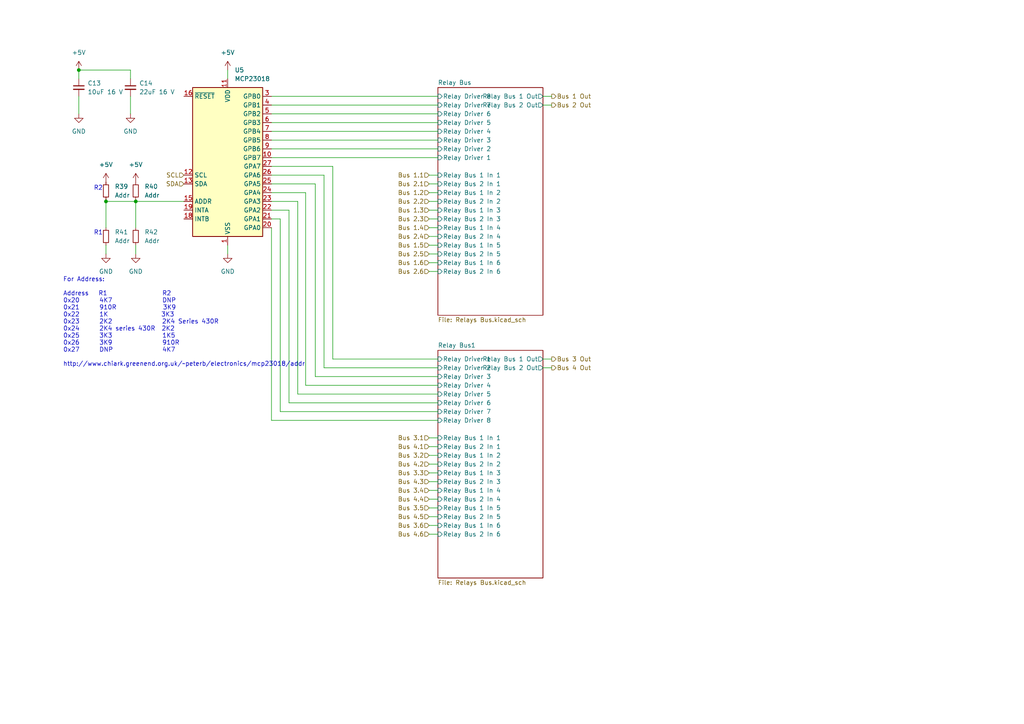
<source format=kicad_sch>
(kicad_sch (version 20211123) (generator eeschema)
  (paper "A4")
  (title_block (title "CIB PCB") (date "2022-05-27") (company "ChargePoint, Inc"))
  (lib_symbols
    (symbol "Device:C_Small" (pin_numbers hide) (pin_names (offset 0.254) hide)
      (property "Reference" "C" (at 0.254 1.778 0))
      (property "Value" "C_Small" (at 0.254 -2.032 0))
      (symbol "C_Small_0_1"
        (polyline (pts (xy -1.524 -0.508) (xy 1.524 -0.508)) (stroke (width 0.3302)))
        (polyline (pts (xy -1.524 0.508) (xy 1.524 0.508)) (stroke (width 0.3048)))
      )
      (symbol "C_Small_1_1"
        (pin passive line (at 0 2.54 270) (length 2.032) (name "~") (number "1"))
        (pin passive line (at 0 -2.54 90) (length 2.032) (name "~") (number "2"))
      )
    )
    (symbol "Device:R_Small" (pin_numbers hide) (pin_names (offset 0.254) hide)
      (property "Reference" "R" (at 0.762 0.508 0))
      (property "Value" "R_Small" (at 0.762 -1.016 0))
      (symbol "R_Small_0_1"
        (rectangle (start -0.762 1.778) (end 0.762 -1.778) (stroke (width 0.2032)))
      )
      (symbol "R_Small_1_1"
        (pin passive line (at 0 2.54 270) (length 0.762) (name "~") (number "1"))
        (pin passive line (at 0 -2.54 90) (length 0.762) (name "~") (number "2"))
      )
    )
    (symbol "MCP23018:MCP23018"
      (property "Reference" "U" (at 0 0 0))
      (property "Value" "MCP23018" (at 0 0 0))
      (symbol "MCP23018_0_1"
        (rectangle (start -10.16 20.32) (end 10.16 -22.86) (stroke (width 0.254)) (fill (type background)))
      )
      (symbol "MCP23018_1_1"
        (pin power_in line (at 0 -25.4 90) (length 2.54) (name "VSS") (number "1"))
        (pin output line (at 12.7 0 180) (length 2.54) (name "GPB7") (number "10"))
        (pin power_in line (at 0 22.86 270) (length 2.54) (name "VDD") (number "11"))
        (pin input line (at -12.7 -5.08 0) (length 2.54) (name "SCL") (number "12"))
        (pin input line (at -12.7 -7.62 0) (length 2.54) (name "SDA") (number "13"))
        (pin input line (at -12.7 -12.7 0) (length 2.54) (name "ADDR") (number "15"))
        (pin input line (at -12.7 17.78 0) (length 2.54) (name "~{RESET}") (number "16"))
        (pin input line (at -12.7 -17.78 0) (length 2.54) (name "INTB") (number "18"))
        (pin input line (at -12.7 -15.24 0) (length 2.54) (name "INTA") (number "19"))
        (pin output line (at 12.7 -20.32 180) (length 2.54) (name "GPA0") (number "20"))
        (pin output line (at 12.7 -17.78 180) (length 2.54) (name "GPA1") (number "21"))
        (pin output line (at 12.7 -15.24 180) (length 2.54) (name "GPA2") (number "22"))
        (pin output line (at 12.7 -12.7 180) (length 2.54) (name "GPA3") (number "23"))
        (pin output line (at 12.7 -10.16 180) (length 2.54) (name "GPA4") (number "24"))
        (pin output line (at 12.7 -7.62 180) (length 2.54) (name "GPA5") (number "25"))
        (pin output line (at 12.7 -5.08 180) (length 2.54) (name "GPA6") (number "26"))
        (pin output line (at 12.7 -2.54 180) (length 2.54) (name "GPA7") (number "27"))
        (pin output line (at 12.7 17.78 180) (length 2.54) (name "GPB0") (number "3"))
        (pin output line (at 12.7 15.24 180) (length 2.54) (name "GPB1") (number "4"))
        (pin output line (at 12.7 12.7 180) (length 2.54) (name "GPB2") (number "5"))
        (pin output line (at 12.7 10.16 180) (length 2.54) (name "GPB3") (number "6"))
        (pin output line (at 12.7 7.62 180) (length 2.54) (name "GPB4") (number "7"))
        (pin output line (at 12.7 5.08 180) (length 2.54) (name "GPB5") (number "8"))
        (pin output line (at 12.7 2.54 180) (length 2.54) (name "GPB6") (number "9"))
      )
    )
    (symbol "power:+5V" (power) (pin_names (offset 0))
      (property "Value" "+5V" (at 0 3.556 0))
      (symbol "+5V_0_1"
        (polyline (pts (xy -0.762 1.27) (xy 0 2.54)))
        (polyline (pts (xy 0 0) (xy 0 2.54)))
        (polyline (pts (xy 0 2.54) (xy 0.762 1.27)))
      )
      (symbol "+5V_1_1"
        (pin power_in line (at 0 0 90) (length 0) hide (name "+5V") (number "1"))
      )
    )
    (symbol "power:GND" (power) (pin_names (offset 0))
      (property "Value" "GND" (at 0 -3.81 0))
      (symbol "GND_0_1"
        (polyline (pts (xy 0 0) (xy 0 -1.27) (xy 1.27 -1.27) (xy 0 -2.54) (xy -1.27 -1.27) (xy 0 -1.27)))
      )
      (symbol "GND_1_1"
        (pin power_in line (at 0 0 270) (length 0) hide (name "GND") (number "1"))
      )
    )
  )
  (junction (at 30.734 58.42))
  (junction (at 39.37 58.42))
  (junction (at 22.86 20.32))
  (wire (pts (xy 78.74 30.48) (xy 127 30.48)))
  (wire (pts (xy 22.86 22.86) (xy 22.86 20.32)))
  (wire (pts (xy 124.46 137.16) (xy 127 137.16)))
  (wire (pts (xy 124.46 132.08) (xy 127 132.08)))
  (wire (pts (xy 124.46 127) (xy 127 127)))
  (wire (pts (xy 66.04 71.12) (xy 66.04 73.66)))
  (wire (pts (xy 78.74 38.1) (xy 127 38.1)))
  (wire (pts (xy 78.74 40.64) (xy 127 40.64)))
  (wire (pts (xy 39.37 58.42) (xy 39.37 66.04)))
  (wire (pts (xy 53.34 58.42) (xy 39.37 58.42)))
  (wire (pts (xy 127 109.22) (xy 91.44 109.22)))
  (wire (pts (xy 78.74 58.42) (xy 86.36 58.42)))
  (wire (pts (xy 81.28 63.5) (xy 81.28 119.38)))
  (wire (pts (xy 66.04 20.32) (xy 66.04 22.86)))
  (wire (pts (xy 124.46 152.4) (xy 127 152.4)))
  (wire (pts (xy 88.646 111.76) (xy 127 111.76)))
  (wire (pts (xy 157.48 30.48) (xy 160.02 30.48)))
  (wire (pts (xy 124.46 71.12) (xy 127 71.12)))
  (wire (pts (xy 81.28 119.38) (xy 127 119.38)))
  (wire (pts (xy 157.48 27.94) (xy 160.02 27.94)))
  (wire (pts (xy 93.98 106.68) (xy 127 106.68)))
  (wire (pts (xy 157.48 106.68) (xy 160.02 106.68)))
  (wire (pts (xy 78.74 63.5) (xy 81.28 63.5)))
  (wire (pts (xy 157.48 104.14) (xy 160.02 104.14)))
  (wire (pts (xy 30.734 58.42) (xy 30.734 66.04)))
  (wire (pts (xy 78.74 27.94) (xy 127 27.94)))
  (wire (pts (xy 91.44 53.34) (xy 91.44 109.22)))
  (wire (pts (xy 124.46 149.86) (xy 127 149.86)))
  (wire (pts (xy 127 114.3) (xy 86.36 114.3)))
  (wire (pts (xy 37.846 27.94) (xy 37.846 33.02)))
  (wire (pts (xy 124.46 154.94) (xy 127 154.94)))
  (wire (pts (xy 124.46 134.62) (xy 127 134.62)))
  (wire (pts (xy 30.734 57.912) (xy 30.734 58.42)))
  (wire (pts (xy 78.74 45.72) (xy 127 45.72)))
  (wire (pts (xy 22.86 20.32) (xy 37.846 20.32)))
  (wire (pts (xy 78.74 66.04) (xy 78.74 121.92)))
  (wire (pts (xy 78.74 60.96) (xy 83.82 60.96)))
  (wire (pts (xy 86.36 58.42) (xy 86.36 114.3)))
  (wire (pts (xy 124.46 50.8) (xy 127 50.8)))
  (wire (pts (xy 83.82 60.96) (xy 83.82 116.84)))
  (wire (pts (xy 96.52 48.26) (xy 96.52 104.14)))
  (wire (pts (xy 30.734 71.12) (xy 30.734 73.66)))
  (wire (pts (xy 78.74 55.88) (xy 88.646 55.88)))
  (wire (pts (xy 78.74 33.02) (xy 127 33.02)))
  (wire (pts (xy 37.846 22.86) (xy 37.846 20.32)))
  (wire (pts (xy 88.646 55.88) (xy 88.646 111.76)))
  (wire (pts (xy 127 116.84) (xy 83.82 116.84)))
  (wire (pts (xy 124.46 73.66) (xy 127 73.66)))
  (wire (pts (xy 39.37 57.912) (xy 39.37 58.42)))
  (wire (pts (xy 124.46 139.7) (xy 127 139.7)))
  (wire (pts (xy 78.74 50.8) (xy 93.98 50.8)))
  (wire (pts (xy 124.46 55.88) (xy 127 55.88)))
  (wire (pts (xy 78.74 53.34) (xy 91.44 53.34)))
  (wire (pts (xy 124.46 58.42) (xy 127 58.42)))
  (wire (pts (xy 127 104.14) (xy 96.52 104.14)))
  (wire (pts (xy 124.46 147.32) (xy 127 147.32)))
  (wire (pts (xy 78.74 35.56) (xy 127 35.56)))
  (wire (pts (xy 124.46 68.58) (xy 127 68.58)))
  (wire (pts (xy 96.52 48.26) (xy 78.74 48.26)))
  (wire (pts (xy 124.46 78.74) (xy 127 78.74)))
  (wire (pts (xy 124.46 142.24) (xy 127 142.24)))
  (wire (pts (xy 30.734 58.42) (xy 39.37 58.42)))
  (wire (pts (xy 124.46 66.04) (xy 127 66.04)))
  (wire (pts (xy 39.37 71.12) (xy 39.37 73.66)))
  (wire (pts (xy 124.46 76.2) (xy 127 76.2)))
  (wire (pts (xy 78.74 121.92) (xy 127 121.92)))
  (wire (pts (xy 124.46 53.34) (xy 127 53.34)))
  (wire (pts (xy 124.46 129.54) (xy 127 129.54)))
  (wire (pts (xy 124.46 60.96) (xy 127 60.96)))
  (wire (pts (xy 124.46 144.78) (xy 127 144.78)))
  (wire (pts (xy 22.86 27.94) (xy 22.86 33.02)))
  (wire (pts (xy 124.46 63.5) (xy 127 63.5)))
  (wire (pts (xy 93.98 50.8) (xy 93.98 106.68)))
  (wire (pts (xy 78.74 43.18) (xy 127 43.18)))
  (text "R2" (at 27.178 55.372 0) (effects (font (size 1.27 1.27)) (justify left bottom)))
  (text "For Address:\n\nAddress   R1	         R2\n0x20      4K7	         DNP\n0x21      910R              3K9\n0x22      1K                3K3\n0x23      2K2               2K4 Series 430R\n0x24      2K4 series 430R  2K2\n0x25      3K3	         1K5\n0x26      3K9	         910R\n0x27      DNP	         4K7\n\nhttp://www.chiark.greenend.org.uk/~peterb/electronics/mcp23018/addr" (at 18.288 106.426 0) (effects (font (size 1.27 1.27)) (justify left bottom)))
  (text "R1" (at 27.178 68.326 0) (effects (font (size 1.27 1.27)) (justify left bottom)))
  (hierarchical_label "Bus 4.2" (shape input) (at 124.46 134.62 180))
  (hierarchical_label "Bus 4.4" (shape input) (at 124.46 144.78 180))
  (hierarchical_label "Bus 1.5" (shape input) (at 124.46 71.12 180))
  (hierarchical_label "Bus 2.3" (shape input) (at 124.46 63.5 180))
  (hierarchical_label "Bus 2.1" (shape input) (at 124.46 53.34 180))
  (hierarchical_label "SCL" (shape input) (at 53.34 50.8 180))
  (hierarchical_label "Bus 1.3" (shape input) (at 124.46 60.96 180))
  (hierarchical_label "Bus 3.5" (shape input) (at 124.46 147.32 180))
  (hierarchical_label "Bus 1.6" (shape input) (at 124.46 76.2 180))
  (hierarchical_label "Bus 1.2" (shape input) (at 124.46 55.88 180))
  (hierarchical_label "Bus 2.6" (shape input) (at 124.46 78.74 180))
  (hierarchical_label "Bus 1.1" (shape input) (at 124.46 50.8 180))
  (hierarchical_label "SDA" (shape input) (at 53.34 53.34 180))
  (hierarchical_label "Bus 2 Out" (shape output) (at 160.02 30.48 0))
  (hierarchical_label "Bus 3.2" (shape input) (at 124.46 132.08 180))
  (hierarchical_label "Bus 3 Out" (shape output) (at 160.02 104.14 0))
  (hierarchical_label "Bus 3.4" (shape input) (at 124.46 142.24 180))
  (hierarchical_label "Bus 2.4" (shape input) (at 124.46 68.58 180))
  (hierarchical_label "Bus 2.2" (shape input) (at 124.46 58.42 180))
  (hierarchical_label "Bus 1.4" (shape input) (at 124.46 66.04 180))
  (hierarchical_label "Bus 3.1" (shape input) (at 124.46 127 180))
  (hierarchical_label "Bus 4.3" (shape input) (at 124.46 139.7 180))
  (hierarchical_label "Bus 4.1" (shape input) (at 124.46 129.54 180))
  (hierarchical_label "Bus 1 Out" (shape output) (at 160.02 27.94 0))
  (hierarchical_label "Bus 4.5" (shape input) (at 124.46 149.86 180))
  (hierarchical_label "Bus 4.6" (shape input) (at 124.46 154.94 180))
  (hierarchical_label "Bus 3.6" (shape input) (at 124.46 152.4 180))
  (hierarchical_label "Bus 4 Out" (shape output) (at 160.02 106.68 0))
  (hierarchical_label "Bus 2.5" (shape input) (at 124.46 73.66 180))
  (hierarchical_label "Bus 3.3" (shape input) (at 124.46 137.16 180))
  (symbol (lib_id "power:+5V") (at 66.04 20.32 0) (unit 1)
    (property "Reference" "#PWR075" (effects hide))
    (property "Value" "+5V" (at 66.04 15.24 0))
  )
  (symbol (lib_id "power:GND") (at 39.37 73.66 0) (unit 1)
    (property "Reference" "#PWR081" (effects hide))
    (property "Value" "GND" (at 39.37 78.74 0))
  )
  (symbol (lib_id "Device:R_Small") (at 30.734 68.58 0) (unit 1)
    (property "Reference" "R41" (at 33.274 67.3099 0) (effects (justify left)))
    (property "Value" "Addr" (at 33.274 69.8499 0) (effects (justify left)))
    (property "Footprint" "Resistor_SMD:R_1206_3216Metric_Pad1.30x1.75mm_HandSolder" (effects hide))
    (property "Datasheet" "https://industrial.panasonic.com/ww/products/pt/general-purpose-chip-resistors/models/ERJ6GEYJ681V" (effects hide))
    (property "Manufacturer" "Panasonic Electronics Company" (effects hide))
  )
  (symbol (lib_id "power:+5V") (at 30.734 52.832 0) (unit 1)
    (property "Reference" "#PWR078" (effects hide))
    (property "Value" "+5V" (at 30.734 47.752 0))
  )
  (symbol (lib_id "power:GND") (at 22.86 33.02 0) (unit 1)
    (property "Reference" "#PWR076" (effects hide))
    (property "Value" "GND" (at 22.86 38.1 0))
  )
  (symbol (lib_id "Device:R_Small") (at 39.37 68.58 0) (unit 1)
    (property "Reference" "R42" (at 41.91 67.3099 0) (effects (justify left)))
    (property "Value" "Addr" (at 41.91 69.8499 0) (effects (justify left)))
    (property "Footprint" "Resistor_SMD:R_1206_3216Metric_Pad1.30x1.75mm_HandSolder" (effects hide))
    (property "Datasheet" "https://industrial.panasonic.com/ww/products/pt/general-purpose-chip-resistors/models/ERJ6GEYJ681V" (effects hide))
    (property "Manufacturer" "Panasonic Electronics Company" (effects hide))
  )
  (symbol (lib_id "power:+5V") (at 22.86 20.32 0) (unit 1)
    (property "Reference" "#PWR074" (effects hide))
    (property "Value" "+5V" (at 22.86 15.24 0))
  )
  (symbol (lib_id "Device:C_Small") (at 37.846 25.4 0) (unit 1)
    (property "Reference" "C14" (at 40.386 24.1362 0) (effects (justify left)))
    (property "Value" "22uF 16 V" (at 40.386 26.6762 0) (effects (justify left)))
    (property "Footprint" "Capacitor_SMD:C_1206_3216Metric_Pad1.33x1.80mm_HandSolder" (effects hide))
    (property "Datasheet" "https://www.we-online.com/katalog/datasheet/885012108018.pdf" (effects hide))
    (property "Manufacturer #" "885012108018" (effects hide))
    (property "DigiKey #" "732-7642-1-ND" (effects hide))
    (property "Manufacturer" "Würth Elektronik" (effects hide))
  )
  (symbol (lib_id "Device:R_Small") (at 30.734 55.372 0) (unit 1)
    (property "Reference" "R39" (at 33.274 54.1019 0) (effects (justify left)))
    (property "Value" "Addr" (at 33.274 56.6419 0) (effects (justify left)))
    (property "Footprint" "Resistor_SMD:R_1206_3216Metric_Pad1.30x1.75mm_HandSolder" (effects hide))
    (property "Datasheet" "https://industrial.panasonic.com/ww/products/pt/general-purpose-chip-resistors/models/ERJ6GEYJ681V" (effects hide))
    (property "Manufacturer" "Panasonic Electronics Company" (effects hide))
  )
  (symbol (lib_id "Device:C_Small") (at 22.86 25.4 0) (unit 1)
    (property "Reference" "C13" (at 25.4 24.1362 0) (effects (justify left)))
    (property "Value" "10uF 16 V" (at 25.4 26.6762 0) (effects (justify left)))
    (property "Footprint" "Capacitor_SMD:C_1206_3216Metric_Pad1.33x1.80mm_HandSolder" (effects hide))
    (property "Datasheet" "https://www.we-online.com/katalog/datasheet/885012208075.pdf" (effects hide))
    (property "Manufacturer #" "885012107014" (effects hide))
    (property "DigiKey #" "732-7624-1-ND" (effects hide))
    (property "Manufacturer" "Würth Elektronik" (effects hide))
  )
  (symbol (lib_id "power:GND") (at 66.04 73.66 0) (unit 1)
    (property "Reference" "#PWR082" (effects hide))
    (property "Value" "GND" (at 66.04 78.74 0))
  )
  (symbol (lib_id "power:+5V") (at 39.37 52.832 0) (unit 1)
    (property "Reference" "#PWR079" (effects hide))
    (property "Value" "+5V" (at 39.37 47.752 0))
  )
  (symbol (lib_id "MCP23018:MCP23018") (at 66.04 45.72 0) (unit 1)
    (property "Reference" "U5" (at 68.0594 20.32 0) (effects (justify left)))
    (property "Value" "MCP23018" (at 68.0594 22.86 0) (effects (justify left)))
    (property "Footprint" "Package_DIP:DIP-28_W7.62mm_LongPads" (effects hide))
    (property "Datasheet" "https://ww1.microchip.com/downloads/en/DeviceDoc/22103a.pdf" (effects hide))
    (property "DigiKey #" "MCP23018-E/SP-ND" (effects hide))
    (property "Manufacturer" "Microchip Technology" (effects hide))
    (property "Manufacturer #" "MCP23018-E/SP" (effects hide))
  )
  (symbol (lib_id "power:GND") (at 30.734 73.66 0) (unit 1)
    (property "Reference" "#PWR080" (effects hide))
    (property "Value" "GND" (at 30.734 78.74 0))
  )
  (symbol (lib_id "Device:R_Small") (at 39.37 55.372 0) (unit 1)
    (property "Reference" "R40" (at 41.91 54.1019 0) (effects (justify left)))
    (property "Value" "Addr" (at 41.91 56.6419 0) (effects (justify left)))
    (property "Footprint" "Resistor_SMD:R_1206_3216Metric_Pad1.30x1.75mm_HandSolder" (effects hide))
    (property "Datasheet" "https://industrial.panasonic.com/ww/products/pt/general-purpose-chip-resistors/models/ERJ6GEYJ681V" (effects hide))
    (property "Manufacturer" "Panasonic Electronics Company" (effects hide))
  )
  (symbol (lib_id "power:GND") (at 37.846 33.02 0) (unit 1)
    (property "Reference" "#PWR077" (effects hide))
    (property "Value" "GND" (at 37.846 38.1 0))
  )
  (sheet (at 127 101.6) (size 30.48 66.04) (stroke (width 0.1524))
    (property "Sheet name" "Relay Bus1" (at 127 100.8884 0) (effects (justify left bottom)))
    (property "Sheet file" "Relays Bus.kicad_sch" (at 127 168.2246 0) (effects (justify left top)))
    (pin "Relay Bus 2 Out" output (at 157.48 106.68 0))
    (pin "Relay Bus 2 In 3" input (at 127 139.7 180))
    (pin "Relay Bus 1 In 3" input (at 127 137.16 180))
    (pin "Relay Bus 2 In 5" input (at 127 149.86 180))
    (pin "Relay Bus 1 In 5" input (at 127 147.32 180))
    (pin "Relay Bus 2 In 6" input (at 127 154.94 180))
    (pin "Relay Bus 1 In 6" input (at 127 152.4 180))
    (pin "Relay Bus 2 In 1" input (at 127 129.54 180))
    (pin "Relay Bus 2 In 2" input (at 127 134.62 180))
    (pin "Relay Bus 1 In 2" input (at 127 132.08 180))
    (pin "Relay Driver 2" input (at 127 106.68 180))
    (pin "Relay Driver 1" input (at 127 104.14 180))
    (pin "Relay Driver 3" input (at 127 109.22 180))
    (pin "Relay Driver 6" input (at 127 116.84 180))
    (pin "Relay Driver 8" input (at 127 121.92 180))
    (pin "Relay Driver 4" input (at 127 111.76 180))
    (pin "Relay Driver 7" input (at 127 119.38 180))
    (pin "Relay Driver 5" input (at 127 114.3 180))
    (pin "Relay Bus 1 In 1" input (at 127 127 180))
    (pin "Relay Bus 1 Out" output (at 157.48 104.14 0))
    (pin "Relay Bus 1 In 4" input (at 127 142.24 180))
    (pin "Relay Bus 2 In 4" input (at 127 144.78 180))
  )
  (sheet (at 127 25.4) (size 30.48 66.04) (stroke (width 0.1524))
    (property "Sheet name" "Relay Bus" (at 127 24.6884 0) (effects (justify left bottom)))
    (property "Sheet file" "Relays Bus.kicad_sch" (at 127 92.0246 0) (effects (justify left top)))
    (pin "Relay Bus 2 Out" output (at 157.48 30.48 0))
    (pin "Relay Bus 2 In 3" input (at 127 63.5 180))
    (pin "Relay Bus 1 In 3" input (at 127 60.96 180))
    (pin "Relay Bus 2 In 5" input (at 127 73.66 180))
    (pin "Relay Bus 1 In 5" input (at 127 71.12 180))
    (pin "Relay Bus 2 In 6" input (at 127 78.74 180))
    (pin "Relay Bus 1 In 6" input (at 127 76.2 180))
    (pin "Relay Bus 2 In 1" input (at 127 53.34 180))
    (pin "Relay Bus 2 In 2" input (at 127 58.42 180))
    (pin "Relay Bus 1 In 2" input (at 127 55.88 180))
    (pin "Relay Driver 2" input (at 127 43.18 180))
    (pin "Relay Driver 1" input (at 127 45.72 180))
    (pin "Relay Driver 3" input (at 127 40.64 180))
    (pin "Relay Driver 6" input (at 127 33.02 180))
    (pin "Relay Driver 8" input (at 127 27.94 180))
    (pin "Relay Driver 4" input (at 127 38.1 180))
    (pin "Relay Driver 7" input (at 127 30.48 180))
    (pin "Relay Driver 5" input (at 127 35.56 180))
    (pin "Relay Bus 1 In 1" input (at 127 50.8 180))
    (pin "Relay Bus 1 Out" output (at 157.48 27.94 0))
    (pin "Relay Bus 1 In 4" input (at 127 66.04 180))
    (pin "Relay Bus 2 In 4" input (at 127 68.58 180))
  )
)
</source>
